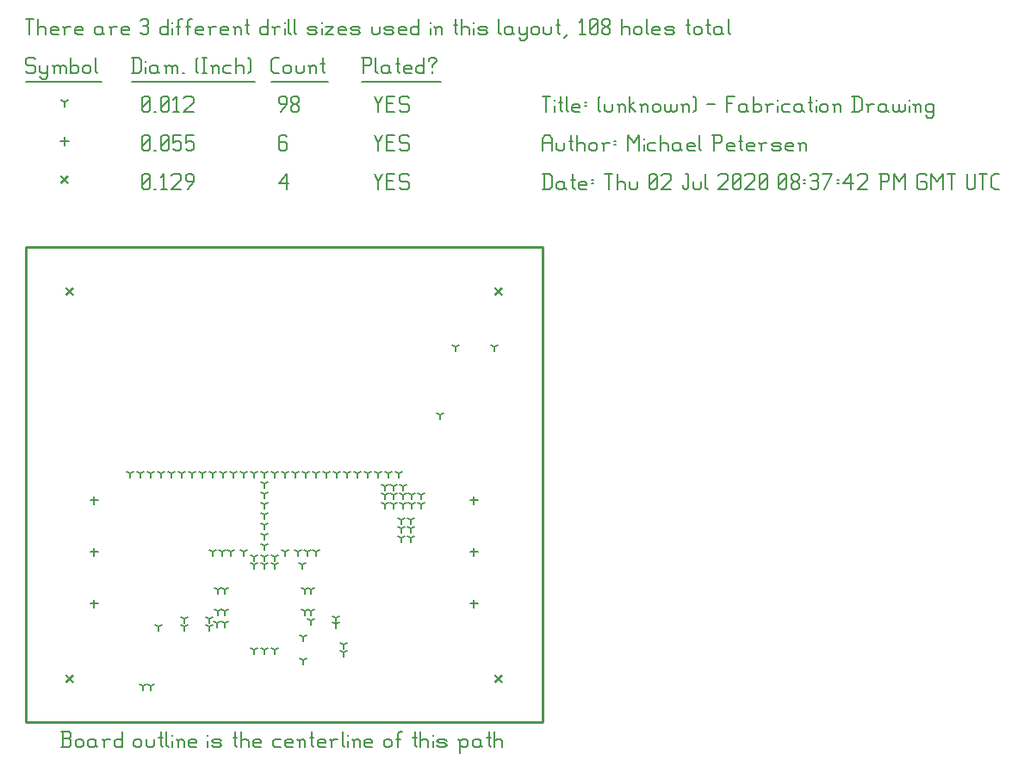
<source format=gbr>
G04 start of page 12 for group -3984 idx -3984 *
G04 Title: (unknown), fab *
G04 Creator: pcb 20140316 *
G04 CreationDate: Thu 02 Jul 2020 08:37:42 PM GMT UTC *
G04 For: railfan *
G04 Format: Gerber/RS-274X *
G04 PCB-Dimensions (mil): 2000.00 1840.00 *
G04 PCB-Coordinate-Origin: lower left *
%MOIN*%
%FSLAX25Y25*%
%LNFAB*%
%ADD79C,0.0100*%
%ADD78C,0.0075*%
%ADD77C,0.0060*%
%ADD76C,0.0001*%
G54D76*G36*
X15800Y18766D02*X18766Y15800D01*
X18200Y15234D01*
X15234Y18200D01*
X15800Y18766D01*
G37*
G36*
X15234Y15800D02*X18200Y18766D01*
X18766Y18200D01*
X15800Y15234D01*
X15234Y15800D01*
G37*
G36*
X15800Y168766D02*X18766Y165800D01*
X18200Y165234D01*
X15234Y168200D01*
X15800Y168766D01*
G37*
G36*
X15234Y165800D02*X18200Y168766D01*
X18766Y168200D01*
X15800Y165234D01*
X15234Y165800D01*
G37*
G36*
X181800Y168766D02*X184766Y165800D01*
X184200Y165234D01*
X181234Y168200D01*
X181800Y168766D01*
G37*
G36*
X181234Y165800D02*X184200Y168766D01*
X184766Y168200D01*
X181800Y165234D01*
X181234Y165800D01*
G37*
G36*
X181800Y18766D02*X184766Y15800D01*
X184200Y15234D01*
X181234Y18200D01*
X181800Y18766D01*
G37*
G36*
X181234Y15800D02*X184200Y18766D01*
X184766Y18200D01*
X181800Y15234D01*
X181234Y15800D01*
G37*
G36*
X13800Y212016D02*X16766Y209050D01*
X16200Y208484D01*
X13234Y211450D01*
X13800Y212016D01*
G37*
G36*
X13234Y209050D02*X16200Y212016D01*
X16766Y211450D01*
X13800Y208484D01*
X13234Y209050D01*
G37*
G54D77*X135000Y212500D02*X136500Y209500D01*
X138000Y212500D01*
X136500Y209500D02*Y206500D01*
X139800Y209800D02*X142050D01*
X139800Y206500D02*X142800D01*
X139800Y212500D02*Y206500D01*
Y212500D02*X142800D01*
X147600D02*X148350Y211750D01*
X145350Y212500D02*X147600D01*
X144600Y211750D02*X145350Y212500D01*
X144600Y211750D02*Y210250D01*
X145350Y209500D01*
X147600D01*
X148350Y208750D01*
Y207250D01*
X147600Y206500D02*X148350Y207250D01*
X145350Y206500D02*X147600D01*
X144600Y207250D02*X145350Y206500D01*
X98000Y208750D02*X101000Y212500D01*
X98000Y208750D02*X101750D01*
X101000Y212500D02*Y206500D01*
X45000Y207250D02*X45750Y206500D01*
X45000Y211750D02*Y207250D01*
Y211750D02*X45750Y212500D01*
X47250D01*
X48000Y211750D01*
Y207250D01*
X47250Y206500D02*X48000Y207250D01*
X45750Y206500D02*X47250D01*
X45000Y208000D02*X48000Y211000D01*
X49800Y206500D02*X50550D01*
X52350Y211300D02*X53550Y212500D01*
Y206500D01*
X52350D02*X54600D01*
X56400Y211750D02*X57150Y212500D01*
X59400D01*
X60150Y211750D01*
Y210250D01*
X56400Y206500D02*X60150Y210250D01*
X56400Y206500D02*X60150D01*
X62700D02*X64950Y209500D01*
Y211750D02*Y209500D01*
X64200Y212500D02*X64950Y211750D01*
X62700Y212500D02*X64200D01*
X61950Y211750D02*X62700Y212500D01*
X61950Y211750D02*Y210250D01*
X62700Y209500D01*
X64950D01*
X26500Y87600D02*Y84400D01*
X24900Y86000D02*X28100D01*
X26500Y67600D02*Y64400D01*
X24900Y66000D02*X28100D01*
X26500Y47600D02*Y44400D01*
X24900Y46000D02*X28100D01*
X173500Y47600D02*Y44400D01*
X171900Y46000D02*X175100D01*
X173500Y67600D02*Y64400D01*
X171900Y66000D02*X175100D01*
X173500Y87600D02*Y84400D01*
X171900Y86000D02*X175100D01*
X15000Y226850D02*Y223650D01*
X13400Y225250D02*X16600D01*
X135000Y227500D02*X136500Y224500D01*
X138000Y227500D01*
X136500Y224500D02*Y221500D01*
X139800Y224800D02*X142050D01*
X139800Y221500D02*X142800D01*
X139800Y227500D02*Y221500D01*
Y227500D02*X142800D01*
X147600D02*X148350Y226750D01*
X145350Y227500D02*X147600D01*
X144600Y226750D02*X145350Y227500D01*
X144600Y226750D02*Y225250D01*
X145350Y224500D01*
X147600D01*
X148350Y223750D01*
Y222250D01*
X147600Y221500D02*X148350Y222250D01*
X145350Y221500D02*X147600D01*
X144600Y222250D02*X145350Y221500D01*
X100250Y227500D02*X101000Y226750D01*
X98750Y227500D02*X100250D01*
X98000Y226750D02*X98750Y227500D01*
X98000Y226750D02*Y222250D01*
X98750Y221500D01*
X100250Y224800D02*X101000Y224050D01*
X98000Y224800D02*X100250D01*
X98750Y221500D02*X100250D01*
X101000Y222250D01*
Y224050D02*Y222250D01*
X45000D02*X45750Y221500D01*
X45000Y226750D02*Y222250D01*
Y226750D02*X45750Y227500D01*
X47250D01*
X48000Y226750D01*
Y222250D01*
X47250Y221500D02*X48000Y222250D01*
X45750Y221500D02*X47250D01*
X45000Y223000D02*X48000Y226000D01*
X49800Y221500D02*X50550D01*
X52350Y222250D02*X53100Y221500D01*
X52350Y226750D02*Y222250D01*
Y226750D02*X53100Y227500D01*
X54600D01*
X55350Y226750D01*
Y222250D01*
X54600Y221500D02*X55350Y222250D01*
X53100Y221500D02*X54600D01*
X52350Y223000D02*X55350Y226000D01*
X57150Y227500D02*X60150D01*
X57150D02*Y224500D01*
X57900Y225250D01*
X59400D01*
X60150Y224500D01*
Y222250D01*
X59400Y221500D02*X60150Y222250D01*
X57900Y221500D02*X59400D01*
X57150Y222250D02*X57900Y221500D01*
X61950Y227500D02*X64950D01*
X61950D02*Y224500D01*
X62700Y225250D01*
X64200D01*
X64950Y224500D01*
Y222250D01*
X64200Y221500D02*X64950Y222250D01*
X62700Y221500D02*X64200D01*
X61950Y222250D02*X62700Y221500D01*
X92500Y61000D02*Y59400D01*
Y61000D02*X93887Y61800D01*
X92500Y61000D02*X91113Y61800D01*
X96500Y61000D02*Y59400D01*
Y61000D02*X97887Y61800D01*
X96500Y61000D02*X95113Y61800D01*
X88500Y61000D02*Y59400D01*
Y61000D02*X89887Y61800D01*
X88500Y61000D02*X87113Y61800D01*
X88500Y28000D02*Y26400D01*
Y28000D02*X89887Y28800D01*
X88500Y28000D02*X87113Y28800D01*
X92500Y28000D02*Y26400D01*
Y28000D02*X93887Y28800D01*
X92500Y28000D02*X91113Y28800D01*
X96500Y28000D02*Y26400D01*
Y28000D02*X97887Y28800D01*
X96500Y28000D02*X95113Y28800D01*
X108000Y43000D02*Y41400D01*
Y43000D02*X109387Y43800D01*
X108000Y43000D02*X106613Y43800D01*
X110500Y43000D02*Y41400D01*
Y43000D02*X111887Y43800D01*
X110500Y43000D02*X109113Y43800D01*
X108000Y51500D02*Y49900D01*
Y51500D02*X109387Y52300D01*
X108000Y51500D02*X106613Y52300D01*
X110500Y51500D02*Y49900D01*
Y51500D02*X111887Y52300D01*
X110500Y51500D02*X109113Y52300D01*
X74500Y51500D02*Y49900D01*
Y51500D02*X75887Y52300D01*
X74500Y51500D02*X73113Y52300D01*
X77000Y51500D02*Y49900D01*
Y51500D02*X78387Y52300D01*
X77000Y51500D02*X75613Y52300D01*
X74500Y43000D02*Y41400D01*
Y43000D02*X75887Y43800D01*
X74500Y43000D02*X73113Y43800D01*
X77000Y43000D02*Y41400D01*
Y43000D02*X78387Y43800D01*
X77000Y43000D02*X75613Y43800D01*
X110500Y39500D02*Y37900D01*
Y39500D02*X111887Y40300D01*
X110500Y39500D02*X109113Y40300D01*
X107500Y33000D02*Y31400D01*
Y33000D02*X108887Y33800D01*
X107500Y33000D02*X106113Y33800D01*
X107500Y24000D02*Y22400D01*
Y24000D02*X108887Y24800D01*
X107500Y24000D02*X106113Y24800D01*
X123000Y30000D02*Y28400D01*
Y30000D02*X124387Y30800D01*
X123000Y30000D02*X121613Y30800D01*
X123000Y27000D02*Y25400D01*
Y27000D02*X124387Y27800D01*
X123000Y27000D02*X121613Y27800D01*
X160500Y119000D02*Y117400D01*
Y119000D02*X161887Y119800D01*
X160500Y119000D02*X159113Y119800D01*
X166500Y145500D02*Y143900D01*
Y145500D02*X167887Y146300D01*
X166500Y145500D02*X165113Y146300D01*
X181500Y145500D02*Y143900D01*
Y145500D02*X182887Y146300D01*
X181500Y145500D02*X180113Y146300D01*
X139000Y84500D02*Y82900D01*
Y84500D02*X140387Y85300D01*
X139000Y84500D02*X137613Y85300D01*
X142500Y84500D02*Y82900D01*
Y84500D02*X143887Y85300D01*
X142500Y84500D02*X141113Y85300D01*
X142500Y88000D02*Y86400D01*
Y88000D02*X143887Y88800D01*
X142500Y88000D02*X141113Y88800D01*
X139000Y88000D02*Y86400D01*
Y88000D02*X140387Y88800D01*
X139000Y88000D02*X137613Y88800D01*
X139000Y91500D02*Y89900D01*
Y91500D02*X140387Y92300D01*
X139000Y91500D02*X137613Y92300D01*
X142500Y91500D02*Y89900D01*
Y91500D02*X143887Y92300D01*
X142500Y91500D02*X141113Y92300D01*
X145500Y71500D02*Y69900D01*
Y71500D02*X146887Y72300D01*
X145500Y71500D02*X144113Y72300D01*
X145500Y75000D02*Y73400D01*
Y75000D02*X146887Y75800D01*
X145500Y75000D02*X144113Y75800D01*
X145500Y78500D02*Y76900D01*
Y78500D02*X146887Y79300D01*
X145500Y78500D02*X144113Y79300D01*
X149000Y78500D02*Y76900D01*
Y78500D02*X150387Y79300D01*
X149000Y78500D02*X147613Y79300D01*
X149000Y75000D02*Y73400D01*
Y75000D02*X150387Y75800D01*
X149000Y75000D02*X147613Y75800D01*
X149000Y71500D02*Y69900D01*
Y71500D02*X150387Y72300D01*
X149000Y71500D02*X147613Y72300D01*
X48500Y14000D02*Y12400D01*
Y14000D02*X49887Y14800D01*
X48500Y14000D02*X47113Y14800D01*
X45500Y14000D02*Y12400D01*
Y14000D02*X46887Y14800D01*
X45500Y14000D02*X44113Y14800D01*
X120000Y40500D02*Y38900D01*
Y40500D02*X121387Y41300D01*
X120000Y40500D02*X118613Y41300D01*
X120000Y38000D02*Y36400D01*
Y38000D02*X121387Y38800D01*
X120000Y38000D02*X118613Y38800D01*
X51500Y37000D02*Y35400D01*
Y37000D02*X52887Y37800D01*
X51500Y37000D02*X50113Y37800D01*
X71000Y37000D02*Y35400D01*
Y37000D02*X72387Y37800D01*
X71000Y37000D02*X69613Y37800D01*
X71000Y40000D02*Y38400D01*
Y40000D02*X72387Y40800D01*
X71000Y40000D02*X69613Y40800D01*
X61500Y37000D02*Y35400D01*
Y37000D02*X62887Y37800D01*
X61500Y37000D02*X60113Y37800D01*
X61500Y40000D02*Y38400D01*
Y40000D02*X62887Y40800D01*
X61500Y40000D02*X60113Y40800D01*
X92500Y64000D02*Y62400D01*
Y64000D02*X93887Y64800D01*
X92500Y64000D02*X91113Y64800D01*
X96500Y64000D02*Y62400D01*
Y64000D02*X97887Y64800D01*
X96500Y64000D02*X95113Y64800D01*
X88500Y64000D02*Y62400D01*
Y64000D02*X89887Y64800D01*
X88500Y64000D02*X87113Y64800D01*
X92500Y96500D02*Y94900D01*
Y96500D02*X93887Y97300D01*
X92500Y96500D02*X91113Y97300D01*
X96500Y96500D02*Y94900D01*
Y96500D02*X97887Y97300D01*
X96500Y96500D02*X95113Y97300D01*
X100500Y96500D02*Y94900D01*
Y96500D02*X101887Y97300D01*
X100500Y96500D02*X99113Y97300D01*
X104500Y96500D02*Y94900D01*
Y96500D02*X105887Y97300D01*
X104500Y96500D02*X103113Y97300D01*
X108500Y96500D02*Y94900D01*
Y96500D02*X109887Y97300D01*
X108500Y96500D02*X107113Y97300D01*
X112500Y96500D02*Y94900D01*
Y96500D02*X113887Y97300D01*
X112500Y96500D02*X111113Y97300D01*
X116500Y96500D02*Y94900D01*
Y96500D02*X117887Y97300D01*
X116500Y96500D02*X115113Y97300D01*
X120500Y96500D02*Y94900D01*
Y96500D02*X121887Y97300D01*
X120500Y96500D02*X119113Y97300D01*
X124500Y96500D02*Y94900D01*
Y96500D02*X125887Y97300D01*
X124500Y96500D02*X123113Y97300D01*
X128500Y96500D02*Y94900D01*
Y96500D02*X129887Y97300D01*
X128500Y96500D02*X127113Y97300D01*
X132500Y96500D02*Y94900D01*
Y96500D02*X133887Y97300D01*
X132500Y96500D02*X131113Y97300D01*
X136500Y96500D02*Y94900D01*
Y96500D02*X137887Y97300D01*
X136500Y96500D02*X135113Y97300D01*
X140500Y96500D02*Y94900D01*
Y96500D02*X141887Y97300D01*
X140500Y96500D02*X139113Y97300D01*
X144500Y96500D02*Y94900D01*
Y96500D02*X145887Y97300D01*
X144500Y96500D02*X143113Y97300D01*
X88500Y96500D02*Y94900D01*
Y96500D02*X89887Y97300D01*
X88500Y96500D02*X87113Y97300D01*
X84500Y96500D02*Y94900D01*
Y96500D02*X85887Y97300D01*
X84500Y96500D02*X83113Y97300D01*
X80500Y96500D02*Y94900D01*
Y96500D02*X81887Y97300D01*
X80500Y96500D02*X79113Y97300D01*
X76500Y96500D02*Y94900D01*
Y96500D02*X77887Y97300D01*
X76500Y96500D02*X75113Y97300D01*
X72500Y96500D02*Y94900D01*
Y96500D02*X73887Y97300D01*
X72500Y96500D02*X71113Y97300D01*
X68500Y96500D02*Y94900D01*
Y96500D02*X69887Y97300D01*
X68500Y96500D02*X67113Y97300D01*
X64500Y96500D02*Y94900D01*
Y96500D02*X65887Y97300D01*
X64500Y96500D02*X63113Y97300D01*
X60500Y96500D02*Y94900D01*
Y96500D02*X61887Y97300D01*
X60500Y96500D02*X59113Y97300D01*
X56500Y96500D02*Y94900D01*
Y96500D02*X57887Y97300D01*
X56500Y96500D02*X55113Y97300D01*
X52500Y96500D02*Y94900D01*
Y96500D02*X53887Y97300D01*
X52500Y96500D02*X51113Y97300D01*
X48500Y96500D02*Y94900D01*
Y96500D02*X49887Y97300D01*
X48500Y96500D02*X47113Y97300D01*
X44500Y96500D02*Y94900D01*
Y96500D02*X45887Y97300D01*
X44500Y96500D02*X43113Y97300D01*
X40500Y96500D02*Y94900D01*
Y96500D02*X41887Y97300D01*
X40500Y96500D02*X39113Y97300D01*
X146000Y84500D02*Y82900D01*
Y84500D02*X147387Y85300D01*
X146000Y84500D02*X144613Y85300D01*
X146000Y88000D02*Y86400D01*
Y88000D02*X147387Y88800D01*
X146000Y88000D02*X144613Y88800D01*
X146000Y91500D02*Y89900D01*
Y91500D02*X147387Y92300D01*
X146000Y91500D02*X144613Y92300D01*
X149500Y84500D02*Y82900D01*
Y84500D02*X150887Y85300D01*
X149500Y84500D02*X148113Y85300D01*
X149500Y88000D02*Y86400D01*
Y88000D02*X150887Y88800D01*
X149500Y88000D02*X148113Y88800D01*
X153000Y84500D02*Y82900D01*
Y84500D02*X154387Y85300D01*
X153000Y84500D02*X151613Y85300D01*
X153000Y88000D02*Y86400D01*
Y88000D02*X154387Y88800D01*
X153000Y88000D02*X151613Y88800D01*
X92500Y92500D02*Y90900D01*
Y92500D02*X93887Y93300D01*
X92500Y92500D02*X91113Y93300D01*
X92500Y88500D02*Y86900D01*
Y88500D02*X93887Y89300D01*
X92500Y88500D02*X91113Y89300D01*
X92500Y84500D02*Y82900D01*
Y84500D02*X93887Y85300D01*
X92500Y84500D02*X91113Y85300D01*
X92500Y80500D02*Y78900D01*
Y80500D02*X93887Y81300D01*
X92500Y80500D02*X91113Y81300D01*
X92500Y76500D02*Y74900D01*
Y76500D02*X93887Y77300D01*
X92500Y76500D02*X91113Y77300D01*
X92500Y72500D02*Y70900D01*
Y72500D02*X93887Y73300D01*
X92500Y72500D02*X91113Y73300D01*
X92500Y68500D02*Y66900D01*
Y68500D02*X93887Y69300D01*
X92500Y68500D02*X91113Y69300D01*
X84500Y66000D02*Y64400D01*
Y66000D02*X85887Y66800D01*
X84500Y66000D02*X83113Y66800D01*
X107000Y61134D02*Y59534D01*
Y61134D02*X108387Y61934D01*
X107000Y61134D02*X105613Y61934D01*
X72500Y66000D02*Y64400D01*
Y66000D02*X73887Y66800D01*
X72500Y66000D02*X71113Y66800D01*
X79500Y66000D02*Y64400D01*
Y66000D02*X80887Y66800D01*
X79500Y66000D02*X78113Y66800D01*
X76000Y66000D02*Y64400D01*
Y66000D02*X77387Y66800D01*
X76000Y66000D02*X74613Y66800D01*
X100500Y66000D02*Y64400D01*
Y66000D02*X101887Y66800D01*
X100500Y66000D02*X99113Y66800D01*
X112500Y66000D02*Y64400D01*
Y66000D02*X113887Y66800D01*
X112500Y66000D02*X111113Y66800D01*
X105500Y66000D02*Y64400D01*
Y66000D02*X106887Y66800D01*
X105500Y66000D02*X104113Y66800D01*
X109000Y66000D02*Y64400D01*
Y66000D02*X110387Y66800D01*
X109000Y66000D02*X107613Y66800D01*
X74000Y38500D02*Y36900D01*
Y38500D02*X75387Y39300D01*
X74000Y38500D02*X72613Y39300D01*
X77000Y38500D02*Y36900D01*
Y38500D02*X78387Y39300D01*
X77000Y38500D02*X75613Y39300D01*
X15000Y240250D02*Y238650D01*
Y240250D02*X16387Y241050D01*
X15000Y240250D02*X13613Y241050D01*
X135000Y242500D02*X136500Y239500D01*
X138000Y242500D01*
X136500Y239500D02*Y236500D01*
X139800Y239800D02*X142050D01*
X139800Y236500D02*X142800D01*
X139800Y242500D02*Y236500D01*
Y242500D02*X142800D01*
X147600D02*X148350Y241750D01*
X145350Y242500D02*X147600D01*
X144600Y241750D02*X145350Y242500D01*
X144600Y241750D02*Y240250D01*
X145350Y239500D01*
X147600D01*
X148350Y238750D01*
Y237250D01*
X147600Y236500D02*X148350Y237250D01*
X145350Y236500D02*X147600D01*
X144600Y237250D02*X145350Y236500D01*
X98750D02*X101000Y239500D01*
Y241750D02*Y239500D01*
X100250Y242500D02*X101000Y241750D01*
X98750Y242500D02*X100250D01*
X98000Y241750D02*X98750Y242500D01*
X98000Y241750D02*Y240250D01*
X98750Y239500D01*
X101000D01*
X102800Y237250D02*X103550Y236500D01*
X102800Y238450D02*Y237250D01*
Y238450D02*X103850Y239500D01*
X104750D01*
X105800Y238450D01*
Y237250D01*
X105050Y236500D02*X105800Y237250D01*
X103550Y236500D02*X105050D01*
X102800Y240550D02*X103850Y239500D01*
X102800Y241750D02*Y240550D01*
Y241750D02*X103550Y242500D01*
X105050D01*
X105800Y241750D01*
Y240550D01*
X104750Y239500D02*X105800Y240550D01*
X45000Y237250D02*X45750Y236500D01*
X45000Y241750D02*Y237250D01*
Y241750D02*X45750Y242500D01*
X47250D01*
X48000Y241750D01*
Y237250D01*
X47250Y236500D02*X48000Y237250D01*
X45750Y236500D02*X47250D01*
X45000Y238000D02*X48000Y241000D01*
X49800Y236500D02*X50550D01*
X52350Y237250D02*X53100Y236500D01*
X52350Y241750D02*Y237250D01*
Y241750D02*X53100Y242500D01*
X54600D01*
X55350Y241750D01*
Y237250D01*
X54600Y236500D02*X55350Y237250D01*
X53100Y236500D02*X54600D01*
X52350Y238000D02*X55350Y241000D01*
X57150Y241300D02*X58350Y242500D01*
Y236500D01*
X57150D02*X59400D01*
X61200Y241750D02*X61950Y242500D01*
X64200D01*
X64950Y241750D01*
Y240250D01*
X61200Y236500D02*X64950Y240250D01*
X61200Y236500D02*X64950D01*
X3000Y257500D02*X3750Y256750D01*
X750Y257500D02*X3000D01*
X0Y256750D02*X750Y257500D01*
X0Y256750D02*Y255250D01*
X750Y254500D01*
X3000D01*
X3750Y253750D01*
Y252250D01*
X3000Y251500D02*X3750Y252250D01*
X750Y251500D02*X3000D01*
X0Y252250D02*X750Y251500D01*
X5550Y254500D02*Y252250D01*
X6300Y251500D01*
X8550Y254500D02*Y250000D01*
X7800Y249250D02*X8550Y250000D01*
X6300Y249250D02*X7800D01*
X5550Y250000D02*X6300Y249250D01*
Y251500D02*X7800D01*
X8550Y252250D01*
X11100Y253750D02*Y251500D01*
Y253750D02*X11850Y254500D01*
X12600D01*
X13350Y253750D01*
Y251500D01*
Y253750D02*X14100Y254500D01*
X14850D01*
X15600Y253750D01*
Y251500D01*
X10350Y254500D02*X11100Y253750D01*
X17400Y257500D02*Y251500D01*
Y252250D02*X18150Y251500D01*
X19650D01*
X20400Y252250D01*
Y253750D02*Y252250D01*
X19650Y254500D02*X20400Y253750D01*
X18150Y254500D02*X19650D01*
X17400Y253750D02*X18150Y254500D01*
X22200Y253750D02*Y252250D01*
Y253750D02*X22950Y254500D01*
X24450D01*
X25200Y253750D01*
Y252250D01*
X24450Y251500D02*X25200Y252250D01*
X22950Y251500D02*X24450D01*
X22200Y252250D02*X22950Y251500D01*
X27000Y257500D02*Y252250D01*
X27750Y251500D01*
X0Y248250D02*X29250D01*
X41750Y257500D02*Y251500D01*
X43700Y257500D02*X44750Y256450D01*
Y252550D01*
X43700Y251500D02*X44750Y252550D01*
X41000Y251500D02*X43700D01*
X41000Y257500D02*X43700D01*
G54D78*X46550Y256000D02*Y255850D01*
G54D77*Y253750D02*Y251500D01*
X50300Y254500D02*X51050Y253750D01*
X48800Y254500D02*X50300D01*
X48050Y253750D02*X48800Y254500D01*
X48050Y253750D02*Y252250D01*
X48800Y251500D01*
X51050Y254500D02*Y252250D01*
X51800Y251500D01*
X48800D02*X50300D01*
X51050Y252250D01*
X54350Y253750D02*Y251500D01*
Y253750D02*X55100Y254500D01*
X55850D01*
X56600Y253750D01*
Y251500D01*
Y253750D02*X57350Y254500D01*
X58100D01*
X58850Y253750D01*
Y251500D01*
X53600Y254500D02*X54350Y253750D01*
X60650Y251500D02*X61400D01*
X65900Y252250D02*X66650Y251500D01*
X65900Y256750D02*X66650Y257500D01*
X65900Y256750D02*Y252250D01*
X68450Y257500D02*X69950D01*
X69200D02*Y251500D01*
X68450D02*X69950D01*
X72500Y253750D02*Y251500D01*
Y253750D02*X73250Y254500D01*
X74000D01*
X74750Y253750D01*
Y251500D01*
X71750Y254500D02*X72500Y253750D01*
X77300Y254500D02*X79550D01*
X76550Y253750D02*X77300Y254500D01*
X76550Y253750D02*Y252250D01*
X77300Y251500D01*
X79550D01*
X81350Y257500D02*Y251500D01*
Y253750D02*X82100Y254500D01*
X83600D01*
X84350Y253750D01*
Y251500D01*
X86150Y257500D02*X86900Y256750D01*
Y252250D01*
X86150Y251500D02*X86900Y252250D01*
X41000Y248250D02*X88700D01*
X96050Y251500D02*X98000D01*
X95000Y252550D02*X96050Y251500D01*
X95000Y256450D02*Y252550D01*
Y256450D02*X96050Y257500D01*
X98000D01*
X99800Y253750D02*Y252250D01*
Y253750D02*X100550Y254500D01*
X102050D01*
X102800Y253750D01*
Y252250D01*
X102050Y251500D02*X102800Y252250D01*
X100550Y251500D02*X102050D01*
X99800Y252250D02*X100550Y251500D01*
X104600Y254500D02*Y252250D01*
X105350Y251500D01*
X106850D01*
X107600Y252250D01*
Y254500D02*Y252250D01*
X110150Y253750D02*Y251500D01*
Y253750D02*X110900Y254500D01*
X111650D01*
X112400Y253750D01*
Y251500D01*
X109400Y254500D02*X110150Y253750D01*
X114950Y257500D02*Y252250D01*
X115700Y251500D01*
X114200Y255250D02*X115700D01*
X95000Y248250D02*X117200D01*
X130750Y257500D02*Y251500D01*
X130000Y257500D02*X133000D01*
X133750Y256750D01*
Y255250D01*
X133000Y254500D02*X133750Y255250D01*
X130750Y254500D02*X133000D01*
X135550Y257500D02*Y252250D01*
X136300Y251500D01*
X140050Y254500D02*X140800Y253750D01*
X138550Y254500D02*X140050D01*
X137800Y253750D02*X138550Y254500D01*
X137800Y253750D02*Y252250D01*
X138550Y251500D01*
X140800Y254500D02*Y252250D01*
X141550Y251500D01*
X138550D02*X140050D01*
X140800Y252250D01*
X144100Y257500D02*Y252250D01*
X144850Y251500D01*
X143350Y255250D02*X144850D01*
X147100Y251500D02*X149350D01*
X146350Y252250D02*X147100Y251500D01*
X146350Y253750D02*Y252250D01*
Y253750D02*X147100Y254500D01*
X148600D01*
X149350Y253750D01*
X146350Y253000D02*X149350D01*
Y253750D02*Y253000D01*
X154150Y257500D02*Y251500D01*
X153400D02*X154150Y252250D01*
X151900Y251500D02*X153400D01*
X151150Y252250D02*X151900Y251500D01*
X151150Y253750D02*Y252250D01*
Y253750D02*X151900Y254500D01*
X153400D01*
X154150Y253750D01*
X157450Y254500D02*Y253750D01*
Y252250D02*Y251500D01*
X155950Y256750D02*Y256000D01*
Y256750D02*X156700Y257500D01*
X158200D01*
X158950Y256750D01*
Y256000D01*
X157450Y254500D02*X158950Y256000D01*
X130000Y248250D02*X160750D01*
X0Y272500D02*X3000D01*
X1500D02*Y266500D01*
X4800Y272500D02*Y266500D01*
Y268750D02*X5550Y269500D01*
X7050D01*
X7800Y268750D01*
Y266500D01*
X10350D02*X12600D01*
X9600Y267250D02*X10350Y266500D01*
X9600Y268750D02*Y267250D01*
Y268750D02*X10350Y269500D01*
X11850D01*
X12600Y268750D01*
X9600Y268000D02*X12600D01*
Y268750D02*Y268000D01*
X15150Y268750D02*Y266500D01*
Y268750D02*X15900Y269500D01*
X17400D01*
X14400D02*X15150Y268750D01*
X19950Y266500D02*X22200D01*
X19200Y267250D02*X19950Y266500D01*
X19200Y268750D02*Y267250D01*
Y268750D02*X19950Y269500D01*
X21450D01*
X22200Y268750D01*
X19200Y268000D02*X22200D01*
Y268750D02*Y268000D01*
X28950Y269500D02*X29700Y268750D01*
X27450Y269500D02*X28950D01*
X26700Y268750D02*X27450Y269500D01*
X26700Y268750D02*Y267250D01*
X27450Y266500D01*
X29700Y269500D02*Y267250D01*
X30450Y266500D01*
X27450D02*X28950D01*
X29700Y267250D01*
X33000Y268750D02*Y266500D01*
Y268750D02*X33750Y269500D01*
X35250D01*
X32250D02*X33000Y268750D01*
X37800Y266500D02*X40050D01*
X37050Y267250D02*X37800Y266500D01*
X37050Y268750D02*Y267250D01*
Y268750D02*X37800Y269500D01*
X39300D01*
X40050Y268750D01*
X37050Y268000D02*X40050D01*
Y268750D02*Y268000D01*
X44550Y271750D02*X45300Y272500D01*
X46800D01*
X47550Y271750D01*
X46800Y266500D02*X47550Y267250D01*
X45300Y266500D02*X46800D01*
X44550Y267250D02*X45300Y266500D01*
Y269800D02*X46800D01*
X47550Y271750D02*Y270550D01*
Y269050D02*Y267250D01*
Y269050D02*X46800Y269800D01*
X47550Y270550D02*X46800Y269800D01*
X55050Y272500D02*Y266500D01*
X54300D02*X55050Y267250D01*
X52800Y266500D02*X54300D01*
X52050Y267250D02*X52800Y266500D01*
X52050Y268750D02*Y267250D01*
Y268750D02*X52800Y269500D01*
X54300D01*
X55050Y268750D01*
G54D78*X56850Y271000D02*Y270850D01*
G54D77*Y268750D02*Y266500D01*
X59100Y271750D02*Y266500D01*
Y271750D02*X59850Y272500D01*
X60600D01*
X58350Y269500D02*X59850D01*
X62850Y271750D02*Y266500D01*
Y271750D02*X63600Y272500D01*
X64350D01*
X62100Y269500D02*X63600D01*
X66600Y266500D02*X68850D01*
X65850Y267250D02*X66600Y266500D01*
X65850Y268750D02*Y267250D01*
Y268750D02*X66600Y269500D01*
X68100D01*
X68850Y268750D01*
X65850Y268000D02*X68850D01*
Y268750D02*Y268000D01*
X71400Y268750D02*Y266500D01*
Y268750D02*X72150Y269500D01*
X73650D01*
X70650D02*X71400Y268750D01*
X76200Y266500D02*X78450D01*
X75450Y267250D02*X76200Y266500D01*
X75450Y268750D02*Y267250D01*
Y268750D02*X76200Y269500D01*
X77700D01*
X78450Y268750D01*
X75450Y268000D02*X78450D01*
Y268750D02*Y268000D01*
X81000Y268750D02*Y266500D01*
Y268750D02*X81750Y269500D01*
X82500D01*
X83250Y268750D01*
Y266500D01*
X80250Y269500D02*X81000Y268750D01*
X85800Y272500D02*Y267250D01*
X86550Y266500D01*
X85050Y270250D02*X86550D01*
X93750Y272500D02*Y266500D01*
X93000D02*X93750Y267250D01*
X91500Y266500D02*X93000D01*
X90750Y267250D02*X91500Y266500D01*
X90750Y268750D02*Y267250D01*
Y268750D02*X91500Y269500D01*
X93000D01*
X93750Y268750D01*
X96300D02*Y266500D01*
Y268750D02*X97050Y269500D01*
X98550D01*
X95550D02*X96300Y268750D01*
G54D78*X100350Y271000D02*Y270850D01*
G54D77*Y268750D02*Y266500D01*
X101850Y272500D02*Y267250D01*
X102600Y266500D01*
X104100Y272500D02*Y267250D01*
X104850Y266500D01*
X109800D02*X112050D01*
X112800Y267250D01*
X112050Y268000D02*X112800Y267250D01*
X109800Y268000D02*X112050D01*
X109050Y268750D02*X109800Y268000D01*
X109050Y268750D02*X109800Y269500D01*
X112050D01*
X112800Y268750D01*
X109050Y267250D02*X109800Y266500D01*
G54D78*X114600Y271000D02*Y270850D01*
G54D77*Y268750D02*Y266500D01*
X116100Y269500D02*X119100D01*
X116100Y266500D02*X119100Y269500D01*
X116100Y266500D02*X119100D01*
X121650D02*X123900D01*
X120900Y267250D02*X121650Y266500D01*
X120900Y268750D02*Y267250D01*
Y268750D02*X121650Y269500D01*
X123150D01*
X123900Y268750D01*
X120900Y268000D02*X123900D01*
Y268750D02*Y268000D01*
X126450Y266500D02*X128700D01*
X129450Y267250D01*
X128700Y268000D02*X129450Y267250D01*
X126450Y268000D02*X128700D01*
X125700Y268750D02*X126450Y268000D01*
X125700Y268750D02*X126450Y269500D01*
X128700D01*
X129450Y268750D01*
X125700Y267250D02*X126450Y266500D01*
X133950Y269500D02*Y267250D01*
X134700Y266500D01*
X136200D01*
X136950Y267250D01*
Y269500D02*Y267250D01*
X139500Y266500D02*X141750D01*
X142500Y267250D01*
X141750Y268000D02*X142500Y267250D01*
X139500Y268000D02*X141750D01*
X138750Y268750D02*X139500Y268000D01*
X138750Y268750D02*X139500Y269500D01*
X141750D01*
X142500Y268750D01*
X138750Y267250D02*X139500Y266500D01*
X145050D02*X147300D01*
X144300Y267250D02*X145050Y266500D01*
X144300Y268750D02*Y267250D01*
Y268750D02*X145050Y269500D01*
X146550D01*
X147300Y268750D01*
X144300Y268000D02*X147300D01*
Y268750D02*Y268000D01*
X152100Y272500D02*Y266500D01*
X151350D02*X152100Y267250D01*
X149850Y266500D02*X151350D01*
X149100Y267250D02*X149850Y266500D01*
X149100Y268750D02*Y267250D01*
Y268750D02*X149850Y269500D01*
X151350D01*
X152100Y268750D01*
G54D78*X156600Y271000D02*Y270850D01*
G54D77*Y268750D02*Y266500D01*
X158850Y268750D02*Y266500D01*
Y268750D02*X159600Y269500D01*
X160350D01*
X161100Y268750D01*
Y266500D01*
X158100Y269500D02*X158850Y268750D01*
X166350Y272500D02*Y267250D01*
X167100Y266500D01*
X165600Y270250D02*X167100D01*
X168600Y272500D02*Y266500D01*
Y268750D02*X169350Y269500D01*
X170850D01*
X171600Y268750D01*
Y266500D01*
G54D78*X173400Y271000D02*Y270850D01*
G54D77*Y268750D02*Y266500D01*
X175650D02*X177900D01*
X178650Y267250D01*
X177900Y268000D02*X178650Y267250D01*
X175650Y268000D02*X177900D01*
X174900Y268750D02*X175650Y268000D01*
X174900Y268750D02*X175650Y269500D01*
X177900D01*
X178650Y268750D01*
X174900Y267250D02*X175650Y266500D01*
X183150Y272500D02*Y267250D01*
X183900Y266500D01*
X187650Y269500D02*X188400Y268750D01*
X186150Y269500D02*X187650D01*
X185400Y268750D02*X186150Y269500D01*
X185400Y268750D02*Y267250D01*
X186150Y266500D01*
X188400Y269500D02*Y267250D01*
X189150Y266500D01*
X186150D02*X187650D01*
X188400Y267250D01*
X190950Y269500D02*Y267250D01*
X191700Y266500D01*
X193950Y269500D02*Y265000D01*
X193200Y264250D02*X193950Y265000D01*
X191700Y264250D02*X193200D01*
X190950Y265000D02*X191700Y264250D01*
Y266500D02*X193200D01*
X193950Y267250D01*
X195750Y268750D02*Y267250D01*
Y268750D02*X196500Y269500D01*
X198000D01*
X198750Y268750D01*
Y267250D01*
X198000Y266500D02*X198750Y267250D01*
X196500Y266500D02*X198000D01*
X195750Y267250D02*X196500Y266500D01*
X200550Y269500D02*Y267250D01*
X201300Y266500D01*
X202800D01*
X203550Y267250D01*
Y269500D02*Y267250D01*
X206100Y272500D02*Y267250D01*
X206850Y266500D01*
X205350Y270250D02*X206850D01*
X208350Y265000D02*X209850Y266500D01*
X214350Y271300D02*X215550Y272500D01*
Y266500D01*
X214350D02*X216600D01*
X218400Y267250D02*X219150Y266500D01*
X218400Y271750D02*Y267250D01*
Y271750D02*X219150Y272500D01*
X220650D01*
X221400Y271750D01*
Y267250D01*
X220650Y266500D02*X221400Y267250D01*
X219150Y266500D02*X220650D01*
X218400Y268000D02*X221400Y271000D01*
X223200Y267250D02*X223950Y266500D01*
X223200Y268450D02*Y267250D01*
Y268450D02*X224250Y269500D01*
X225150D01*
X226200Y268450D01*
Y267250D01*
X225450Y266500D02*X226200Y267250D01*
X223950Y266500D02*X225450D01*
X223200Y270550D02*X224250Y269500D01*
X223200Y271750D02*Y270550D01*
Y271750D02*X223950Y272500D01*
X225450D01*
X226200Y271750D01*
Y270550D01*
X225150Y269500D02*X226200Y270550D01*
X230700Y272500D02*Y266500D01*
Y268750D02*X231450Y269500D01*
X232950D01*
X233700Y268750D01*
Y266500D01*
X235500Y268750D02*Y267250D01*
Y268750D02*X236250Y269500D01*
X237750D01*
X238500Y268750D01*
Y267250D01*
X237750Y266500D02*X238500Y267250D01*
X236250Y266500D02*X237750D01*
X235500Y267250D02*X236250Y266500D01*
X240300Y272500D02*Y267250D01*
X241050Y266500D01*
X243300D02*X245550D01*
X242550Y267250D02*X243300Y266500D01*
X242550Y268750D02*Y267250D01*
Y268750D02*X243300Y269500D01*
X244800D01*
X245550Y268750D01*
X242550Y268000D02*X245550D01*
Y268750D02*Y268000D01*
X248100Y266500D02*X250350D01*
X251100Y267250D01*
X250350Y268000D02*X251100Y267250D01*
X248100Y268000D02*X250350D01*
X247350Y268750D02*X248100Y268000D01*
X247350Y268750D02*X248100Y269500D01*
X250350D01*
X251100Y268750D01*
X247350Y267250D02*X248100Y266500D01*
X256350Y272500D02*Y267250D01*
X257100Y266500D01*
X255600Y270250D02*X257100D01*
X258600Y268750D02*Y267250D01*
Y268750D02*X259350Y269500D01*
X260850D01*
X261600Y268750D01*
Y267250D01*
X260850Y266500D02*X261600Y267250D01*
X259350Y266500D02*X260850D01*
X258600Y267250D02*X259350Y266500D01*
X264150Y272500D02*Y267250D01*
X264900Y266500D01*
X263400Y270250D02*X264900D01*
X268650Y269500D02*X269400Y268750D01*
X267150Y269500D02*X268650D01*
X266400Y268750D02*X267150Y269500D01*
X266400Y268750D02*Y267250D01*
X267150Y266500D01*
X269400Y269500D02*Y267250D01*
X270150Y266500D01*
X267150D02*X268650D01*
X269400Y267250D01*
X271950Y272500D02*Y267250D01*
X272700Y266500D01*
G54D79*X0Y184000D02*X200000D01*
Y0D01*
X0D01*
Y184000D01*
G54D77*X13675Y-9500D02*X16675D01*
X17425Y-8750D01*
Y-6950D02*Y-8750D01*
X16675Y-6200D02*X17425Y-6950D01*
X14425Y-6200D02*X16675D01*
X14425Y-3500D02*Y-9500D01*
X13675Y-3500D02*X16675D01*
X17425Y-4250D01*
Y-5450D01*
X16675Y-6200D02*X17425Y-5450D01*
X19225Y-7250D02*Y-8750D01*
Y-7250D02*X19975Y-6500D01*
X21475D01*
X22225Y-7250D01*
Y-8750D01*
X21475Y-9500D02*X22225Y-8750D01*
X19975Y-9500D02*X21475D01*
X19225Y-8750D02*X19975Y-9500D01*
X26275Y-6500D02*X27025Y-7250D01*
X24775Y-6500D02*X26275D01*
X24025Y-7250D02*X24775Y-6500D01*
X24025Y-7250D02*Y-8750D01*
X24775Y-9500D01*
X27025Y-6500D02*Y-8750D01*
X27775Y-9500D01*
X24775D02*X26275D01*
X27025Y-8750D01*
X30325Y-7250D02*Y-9500D01*
Y-7250D02*X31075Y-6500D01*
X32575D01*
X29575D02*X30325Y-7250D01*
X37375Y-3500D02*Y-9500D01*
X36625D02*X37375Y-8750D01*
X35125Y-9500D02*X36625D01*
X34375Y-8750D02*X35125Y-9500D01*
X34375Y-7250D02*Y-8750D01*
Y-7250D02*X35125Y-6500D01*
X36625D01*
X37375Y-7250D01*
X41875D02*Y-8750D01*
Y-7250D02*X42625Y-6500D01*
X44125D01*
X44875Y-7250D01*
Y-8750D01*
X44125Y-9500D02*X44875Y-8750D01*
X42625Y-9500D02*X44125D01*
X41875Y-8750D02*X42625Y-9500D01*
X46675Y-6500D02*Y-8750D01*
X47425Y-9500D01*
X48925D01*
X49675Y-8750D01*
Y-6500D02*Y-8750D01*
X52225Y-3500D02*Y-8750D01*
X52975Y-9500D01*
X51475Y-5750D02*X52975D01*
X54475Y-3500D02*Y-8750D01*
X55225Y-9500D01*
G54D78*X56725Y-5000D02*Y-5150D01*
G54D77*Y-7250D02*Y-9500D01*
X58975Y-7250D02*Y-9500D01*
Y-7250D02*X59725Y-6500D01*
X60475D01*
X61225Y-7250D01*
Y-9500D01*
X58225Y-6500D02*X58975Y-7250D01*
X63775Y-9500D02*X66025D01*
X63025Y-8750D02*X63775Y-9500D01*
X63025Y-7250D02*Y-8750D01*
Y-7250D02*X63775Y-6500D01*
X65275D01*
X66025Y-7250D01*
X63025Y-8000D02*X66025D01*
Y-7250D02*Y-8000D01*
G54D78*X70525Y-5000D02*Y-5150D01*
G54D77*Y-7250D02*Y-9500D01*
X72775D02*X75025D01*
X75775Y-8750D01*
X75025Y-8000D02*X75775Y-8750D01*
X72775Y-8000D02*X75025D01*
X72025Y-7250D02*X72775Y-8000D01*
X72025Y-7250D02*X72775Y-6500D01*
X75025D01*
X75775Y-7250D01*
X72025Y-8750D02*X72775Y-9500D01*
X81025Y-3500D02*Y-8750D01*
X81775Y-9500D01*
X80275Y-5750D02*X81775D01*
X83275Y-3500D02*Y-9500D01*
Y-7250D02*X84025Y-6500D01*
X85525D01*
X86275Y-7250D01*
Y-9500D01*
X88825D02*X91075D01*
X88075Y-8750D02*X88825Y-9500D01*
X88075Y-7250D02*Y-8750D01*
Y-7250D02*X88825Y-6500D01*
X90325D01*
X91075Y-7250D01*
X88075Y-8000D02*X91075D01*
Y-7250D02*Y-8000D01*
X96325Y-6500D02*X98575D01*
X95575Y-7250D02*X96325Y-6500D01*
X95575Y-7250D02*Y-8750D01*
X96325Y-9500D01*
X98575D01*
X101125D02*X103375D01*
X100375Y-8750D02*X101125Y-9500D01*
X100375Y-7250D02*Y-8750D01*
Y-7250D02*X101125Y-6500D01*
X102625D01*
X103375Y-7250D01*
X100375Y-8000D02*X103375D01*
Y-7250D02*Y-8000D01*
X105925Y-7250D02*Y-9500D01*
Y-7250D02*X106675Y-6500D01*
X107425D01*
X108175Y-7250D01*
Y-9500D01*
X105175Y-6500D02*X105925Y-7250D01*
X110725Y-3500D02*Y-8750D01*
X111475Y-9500D01*
X109975Y-5750D02*X111475D01*
X113725Y-9500D02*X115975D01*
X112975Y-8750D02*X113725Y-9500D01*
X112975Y-7250D02*Y-8750D01*
Y-7250D02*X113725Y-6500D01*
X115225D01*
X115975Y-7250D01*
X112975Y-8000D02*X115975D01*
Y-7250D02*Y-8000D01*
X118525Y-7250D02*Y-9500D01*
Y-7250D02*X119275Y-6500D01*
X120775D01*
X117775D02*X118525Y-7250D01*
X122575Y-3500D02*Y-8750D01*
X123325Y-9500D01*
G54D78*X124825Y-5000D02*Y-5150D01*
G54D77*Y-7250D02*Y-9500D01*
X127075Y-7250D02*Y-9500D01*
Y-7250D02*X127825Y-6500D01*
X128575D01*
X129325Y-7250D01*
Y-9500D01*
X126325Y-6500D02*X127075Y-7250D01*
X131875Y-9500D02*X134125D01*
X131125Y-8750D02*X131875Y-9500D01*
X131125Y-7250D02*Y-8750D01*
Y-7250D02*X131875Y-6500D01*
X133375D01*
X134125Y-7250D01*
X131125Y-8000D02*X134125D01*
Y-7250D02*Y-8000D01*
X138625Y-7250D02*Y-8750D01*
Y-7250D02*X139375Y-6500D01*
X140875D01*
X141625Y-7250D01*
Y-8750D01*
X140875Y-9500D02*X141625Y-8750D01*
X139375Y-9500D02*X140875D01*
X138625Y-8750D02*X139375Y-9500D01*
X144175Y-4250D02*Y-9500D01*
Y-4250D02*X144925Y-3500D01*
X145675D01*
X143425Y-6500D02*X144925D01*
X150625Y-3500D02*Y-8750D01*
X151375Y-9500D01*
X149875Y-5750D02*X151375D01*
X152875Y-3500D02*Y-9500D01*
Y-7250D02*X153625Y-6500D01*
X155125D01*
X155875Y-7250D01*
Y-9500D01*
G54D78*X157675Y-5000D02*Y-5150D01*
G54D77*Y-7250D02*Y-9500D01*
X159925D02*X162175D01*
X162925Y-8750D01*
X162175Y-8000D02*X162925Y-8750D01*
X159925Y-8000D02*X162175D01*
X159175Y-7250D02*X159925Y-8000D01*
X159175Y-7250D02*X159925Y-6500D01*
X162175D01*
X162925Y-7250D01*
X159175Y-8750D02*X159925Y-9500D01*
X168175Y-7250D02*Y-11750D01*
X167425Y-6500D02*X168175Y-7250D01*
X168925Y-6500D01*
X170425D01*
X171175Y-7250D01*
Y-8750D01*
X170425Y-9500D02*X171175Y-8750D01*
X168925Y-9500D02*X170425D01*
X168175Y-8750D02*X168925Y-9500D01*
X175225Y-6500D02*X175975Y-7250D01*
X173725Y-6500D02*X175225D01*
X172975Y-7250D02*X173725Y-6500D01*
X172975Y-7250D02*Y-8750D01*
X173725Y-9500D01*
X175975Y-6500D02*Y-8750D01*
X176725Y-9500D01*
X173725D02*X175225D01*
X175975Y-8750D01*
X179275Y-3500D02*Y-8750D01*
X180025Y-9500D01*
X178525Y-5750D02*X180025D01*
X181525Y-3500D02*Y-9500D01*
Y-7250D02*X182275Y-6500D01*
X183775D01*
X184525Y-7250D01*
Y-9500D01*
X200750Y212500D02*Y206500D01*
X202700Y212500D02*X203750Y211450D01*
Y207550D01*
X202700Y206500D02*X203750Y207550D01*
X200000Y206500D02*X202700D01*
X200000Y212500D02*X202700D01*
X207800Y209500D02*X208550Y208750D01*
X206300Y209500D02*X207800D01*
X205550Y208750D02*X206300Y209500D01*
X205550Y208750D02*Y207250D01*
X206300Y206500D01*
X208550Y209500D02*Y207250D01*
X209300Y206500D01*
X206300D02*X207800D01*
X208550Y207250D01*
X211850Y212500D02*Y207250D01*
X212600Y206500D01*
X211100Y210250D02*X212600D01*
X214850Y206500D02*X217100D01*
X214100Y207250D02*X214850Y206500D01*
X214100Y208750D02*Y207250D01*
Y208750D02*X214850Y209500D01*
X216350D01*
X217100Y208750D01*
X214100Y208000D02*X217100D01*
Y208750D02*Y208000D01*
X218900Y210250D02*X219650D01*
X218900Y208750D02*X219650D01*
X224150Y212500D02*X227150D01*
X225650D02*Y206500D01*
X228950Y212500D02*Y206500D01*
Y208750D02*X229700Y209500D01*
X231200D01*
X231950Y208750D01*
Y206500D01*
X233750Y209500D02*Y207250D01*
X234500Y206500D01*
X236000D01*
X236750Y207250D01*
Y209500D02*Y207250D01*
X241250D02*X242000Y206500D01*
X241250Y211750D02*Y207250D01*
Y211750D02*X242000Y212500D01*
X243500D01*
X244250Y211750D01*
Y207250D01*
X243500Y206500D02*X244250Y207250D01*
X242000Y206500D02*X243500D01*
X241250Y208000D02*X244250Y211000D01*
X246050Y211750D02*X246800Y212500D01*
X249050D01*
X249800Y211750D01*
Y210250D01*
X246050Y206500D02*X249800Y210250D01*
X246050Y206500D02*X249800D01*
X255350Y212500D02*X256550D01*
Y207250D01*
X255800Y206500D02*X256550Y207250D01*
X255050Y206500D02*X255800D01*
X254300Y207250D02*X255050Y206500D01*
X254300Y208000D02*Y207250D01*
X258350Y209500D02*Y207250D01*
X259100Y206500D01*
X260600D01*
X261350Y207250D01*
Y209500D02*Y207250D01*
X263150Y212500D02*Y207250D01*
X263900Y206500D01*
X268100Y211750D02*X268850Y212500D01*
X271100D01*
X271850Y211750D01*
Y210250D01*
X268100Y206500D02*X271850Y210250D01*
X268100Y206500D02*X271850D01*
X273650Y207250D02*X274400Y206500D01*
X273650Y211750D02*Y207250D01*
Y211750D02*X274400Y212500D01*
X275900D01*
X276650Y211750D01*
Y207250D01*
X275900Y206500D02*X276650Y207250D01*
X274400Y206500D02*X275900D01*
X273650Y208000D02*X276650Y211000D01*
X278450Y211750D02*X279200Y212500D01*
X281450D01*
X282200Y211750D01*
Y210250D01*
X278450Y206500D02*X282200Y210250D01*
X278450Y206500D02*X282200D01*
X284000Y207250D02*X284750Y206500D01*
X284000Y211750D02*Y207250D01*
Y211750D02*X284750Y212500D01*
X286250D01*
X287000Y211750D01*
Y207250D01*
X286250Y206500D02*X287000Y207250D01*
X284750Y206500D02*X286250D01*
X284000Y208000D02*X287000Y211000D01*
X291500Y207250D02*X292250Y206500D01*
X291500Y211750D02*Y207250D01*
Y211750D02*X292250Y212500D01*
X293750D01*
X294500Y211750D01*
Y207250D01*
X293750Y206500D02*X294500Y207250D01*
X292250Y206500D02*X293750D01*
X291500Y208000D02*X294500Y211000D01*
X296300Y207250D02*X297050Y206500D01*
X296300Y208450D02*Y207250D01*
Y208450D02*X297350Y209500D01*
X298250D01*
X299300Y208450D01*
Y207250D01*
X298550Y206500D02*X299300Y207250D01*
X297050Y206500D02*X298550D01*
X296300Y210550D02*X297350Y209500D01*
X296300Y211750D02*Y210550D01*
Y211750D02*X297050Y212500D01*
X298550D01*
X299300Y211750D01*
Y210550D01*
X298250Y209500D02*X299300Y210550D01*
X301100Y210250D02*X301850D01*
X301100Y208750D02*X301850D01*
X303650Y211750D02*X304400Y212500D01*
X305900D01*
X306650Y211750D01*
X305900Y206500D02*X306650Y207250D01*
X304400Y206500D02*X305900D01*
X303650Y207250D02*X304400Y206500D01*
Y209800D02*X305900D01*
X306650Y211750D02*Y210550D01*
Y209050D02*Y207250D01*
Y209050D02*X305900Y209800D01*
X306650Y210550D02*X305900Y209800D01*
X309200Y206500D02*X312200Y212500D01*
X308450D02*X312200D01*
X314000Y210250D02*X314750D01*
X314000Y208750D02*X314750D01*
X316550D02*X319550Y212500D01*
X316550Y208750D02*X320300D01*
X319550Y212500D02*Y206500D01*
X322100Y211750D02*X322850Y212500D01*
X325100D01*
X325850Y211750D01*
Y210250D01*
X322100Y206500D02*X325850Y210250D01*
X322100Y206500D02*X325850D01*
X331100Y212500D02*Y206500D01*
X330350Y212500D02*X333350D01*
X334100Y211750D01*
Y210250D01*
X333350Y209500D02*X334100Y210250D01*
X331100Y209500D02*X333350D01*
X335900Y212500D02*Y206500D01*
Y212500D02*X338150Y209500D01*
X340400Y212500D01*
Y206500D01*
X347900Y212500D02*X348650Y211750D01*
X345650Y212500D02*X347900D01*
X344900Y211750D02*X345650Y212500D01*
X344900Y211750D02*Y207250D01*
X345650Y206500D01*
X347900D01*
X348650Y207250D01*
Y208750D02*Y207250D01*
X347900Y209500D02*X348650Y208750D01*
X346400Y209500D02*X347900D01*
X350450Y212500D02*Y206500D01*
Y212500D02*X352700Y209500D01*
X354950Y212500D01*
Y206500D01*
X356750Y212500D02*X359750D01*
X358250D02*Y206500D01*
X364250Y212500D02*Y207250D01*
X365000Y206500D01*
X366500D01*
X367250Y207250D01*
Y212500D02*Y207250D01*
X369050Y212500D02*X372050D01*
X370550D02*Y206500D01*
X374900D02*X376850D01*
X373850Y207550D02*X374900Y206500D01*
X373850Y211450D02*Y207550D01*
Y211450D02*X374900Y212500D01*
X376850D01*
X200000Y226000D02*Y221500D01*
Y226000D02*X201050Y227500D01*
X202700D01*
X203750Y226000D01*
Y221500D01*
X200000Y224500D02*X203750D01*
X205550D02*Y222250D01*
X206300Y221500D01*
X207800D01*
X208550Y222250D01*
Y224500D02*Y222250D01*
X211100Y227500D02*Y222250D01*
X211850Y221500D01*
X210350Y225250D02*X211850D01*
X213350Y227500D02*Y221500D01*
Y223750D02*X214100Y224500D01*
X215600D01*
X216350Y223750D01*
Y221500D01*
X218150Y223750D02*Y222250D01*
Y223750D02*X218900Y224500D01*
X220400D01*
X221150Y223750D01*
Y222250D01*
X220400Y221500D02*X221150Y222250D01*
X218900Y221500D02*X220400D01*
X218150Y222250D02*X218900Y221500D01*
X223700Y223750D02*Y221500D01*
Y223750D02*X224450Y224500D01*
X225950D01*
X222950D02*X223700Y223750D01*
X227750Y225250D02*X228500D01*
X227750Y223750D02*X228500D01*
X233000Y227500D02*Y221500D01*
Y227500D02*X235250Y224500D01*
X237500Y227500D01*
Y221500D01*
G54D78*X239300Y226000D02*Y225850D01*
G54D77*Y223750D02*Y221500D01*
X241550Y224500D02*X243800D01*
X240800Y223750D02*X241550Y224500D01*
X240800Y223750D02*Y222250D01*
X241550Y221500D01*
X243800D01*
X245600Y227500D02*Y221500D01*
Y223750D02*X246350Y224500D01*
X247850D01*
X248600Y223750D01*
Y221500D01*
X252650Y224500D02*X253400Y223750D01*
X251150Y224500D02*X252650D01*
X250400Y223750D02*X251150Y224500D01*
X250400Y223750D02*Y222250D01*
X251150Y221500D01*
X253400Y224500D02*Y222250D01*
X254150Y221500D01*
X251150D02*X252650D01*
X253400Y222250D01*
X256700Y221500D02*X258950D01*
X255950Y222250D02*X256700Y221500D01*
X255950Y223750D02*Y222250D01*
Y223750D02*X256700Y224500D01*
X258200D01*
X258950Y223750D01*
X255950Y223000D02*X258950D01*
Y223750D02*Y223000D01*
X260750Y227500D02*Y222250D01*
X261500Y221500D01*
X266450Y227500D02*Y221500D01*
X265700Y227500D02*X268700D01*
X269450Y226750D01*
Y225250D01*
X268700Y224500D02*X269450Y225250D01*
X266450Y224500D02*X268700D01*
X272000Y221500D02*X274250D01*
X271250Y222250D02*X272000Y221500D01*
X271250Y223750D02*Y222250D01*
Y223750D02*X272000Y224500D01*
X273500D01*
X274250Y223750D01*
X271250Y223000D02*X274250D01*
Y223750D02*Y223000D01*
X276800Y227500D02*Y222250D01*
X277550Y221500D01*
X276050Y225250D02*X277550D01*
X279800Y221500D02*X282050D01*
X279050Y222250D02*X279800Y221500D01*
X279050Y223750D02*Y222250D01*
Y223750D02*X279800Y224500D01*
X281300D01*
X282050Y223750D01*
X279050Y223000D02*X282050D01*
Y223750D02*Y223000D01*
X284600Y223750D02*Y221500D01*
Y223750D02*X285350Y224500D01*
X286850D01*
X283850D02*X284600Y223750D01*
X289400Y221500D02*X291650D01*
X292400Y222250D01*
X291650Y223000D02*X292400Y222250D01*
X289400Y223000D02*X291650D01*
X288650Y223750D02*X289400Y223000D01*
X288650Y223750D02*X289400Y224500D01*
X291650D01*
X292400Y223750D01*
X288650Y222250D02*X289400Y221500D01*
X294950D02*X297200D01*
X294200Y222250D02*X294950Y221500D01*
X294200Y223750D02*Y222250D01*
Y223750D02*X294950Y224500D01*
X296450D01*
X297200Y223750D01*
X294200Y223000D02*X297200D01*
Y223750D02*Y223000D01*
X299750Y223750D02*Y221500D01*
Y223750D02*X300500Y224500D01*
X301250D01*
X302000Y223750D01*
Y221500D01*
X299000Y224500D02*X299750Y223750D01*
X200000Y242500D02*X203000D01*
X201500D02*Y236500D01*
G54D78*X204800Y241000D02*Y240850D01*
G54D77*Y238750D02*Y236500D01*
X207050Y242500D02*Y237250D01*
X207800Y236500D01*
X206300Y240250D02*X207800D01*
X209300Y242500D02*Y237250D01*
X210050Y236500D01*
X212300D02*X214550D01*
X211550Y237250D02*X212300Y236500D01*
X211550Y238750D02*Y237250D01*
Y238750D02*X212300Y239500D01*
X213800D01*
X214550Y238750D01*
X211550Y238000D02*X214550D01*
Y238750D02*Y238000D01*
X216350Y240250D02*X217100D01*
X216350Y238750D02*X217100D01*
X221600Y237250D02*X222350Y236500D01*
X221600Y241750D02*X222350Y242500D01*
X221600Y241750D02*Y237250D01*
X224150Y239500D02*Y237250D01*
X224900Y236500D01*
X226400D01*
X227150Y237250D01*
Y239500D02*Y237250D01*
X229700Y238750D02*Y236500D01*
Y238750D02*X230450Y239500D01*
X231200D01*
X231950Y238750D01*
Y236500D01*
X228950Y239500D02*X229700Y238750D01*
X233750Y242500D02*Y236500D01*
Y238750D02*X236000Y236500D01*
X233750Y238750D02*X235250Y240250D01*
X238550Y238750D02*Y236500D01*
Y238750D02*X239300Y239500D01*
X240050D01*
X240800Y238750D01*
Y236500D01*
X237800Y239500D02*X238550Y238750D01*
X242600D02*Y237250D01*
Y238750D02*X243350Y239500D01*
X244850D01*
X245600Y238750D01*
Y237250D01*
X244850Y236500D02*X245600Y237250D01*
X243350Y236500D02*X244850D01*
X242600Y237250D02*X243350Y236500D01*
X247400Y239500D02*Y237250D01*
X248150Y236500D01*
X248900D01*
X249650Y237250D01*
Y239500D02*Y237250D01*
X250400Y236500D01*
X251150D01*
X251900Y237250D01*
Y239500D02*Y237250D01*
X254450Y238750D02*Y236500D01*
Y238750D02*X255200Y239500D01*
X255950D01*
X256700Y238750D01*
Y236500D01*
X253700Y239500D02*X254450Y238750D01*
X258500Y242500D02*X259250Y241750D01*
Y237250D01*
X258500Y236500D02*X259250Y237250D01*
X263750Y239500D02*X266750D01*
X271250Y242500D02*Y236500D01*
Y242500D02*X274250D01*
X271250Y239800D02*X273500D01*
X278300Y239500D02*X279050Y238750D01*
X276800Y239500D02*X278300D01*
X276050Y238750D02*X276800Y239500D01*
X276050Y238750D02*Y237250D01*
X276800Y236500D01*
X279050Y239500D02*Y237250D01*
X279800Y236500D01*
X276800D02*X278300D01*
X279050Y237250D01*
X281600Y242500D02*Y236500D01*
Y237250D02*X282350Y236500D01*
X283850D01*
X284600Y237250D01*
Y238750D02*Y237250D01*
X283850Y239500D02*X284600Y238750D01*
X282350Y239500D02*X283850D01*
X281600Y238750D02*X282350Y239500D01*
X287150Y238750D02*Y236500D01*
Y238750D02*X287900Y239500D01*
X289400D01*
X286400D02*X287150Y238750D01*
G54D78*X291200Y241000D02*Y240850D01*
G54D77*Y238750D02*Y236500D01*
X293450Y239500D02*X295700D01*
X292700Y238750D02*X293450Y239500D01*
X292700Y238750D02*Y237250D01*
X293450Y236500D01*
X295700D01*
X299750Y239500D02*X300500Y238750D01*
X298250Y239500D02*X299750D01*
X297500Y238750D02*X298250Y239500D01*
X297500Y238750D02*Y237250D01*
X298250Y236500D01*
X300500Y239500D02*Y237250D01*
X301250Y236500D01*
X298250D02*X299750D01*
X300500Y237250D01*
X303800Y242500D02*Y237250D01*
X304550Y236500D01*
X303050Y240250D02*X304550D01*
G54D78*X306050Y241000D02*Y240850D01*
G54D77*Y238750D02*Y236500D01*
X307550Y238750D02*Y237250D01*
Y238750D02*X308300Y239500D01*
X309800D01*
X310550Y238750D01*
Y237250D01*
X309800Y236500D02*X310550Y237250D01*
X308300Y236500D02*X309800D01*
X307550Y237250D02*X308300Y236500D01*
X313100Y238750D02*Y236500D01*
Y238750D02*X313850Y239500D01*
X314600D01*
X315350Y238750D01*
Y236500D01*
X312350Y239500D02*X313100Y238750D01*
X320600Y242500D02*Y236500D01*
X322550Y242500D02*X323600Y241450D01*
Y237550D01*
X322550Y236500D02*X323600Y237550D01*
X319850Y236500D02*X322550D01*
X319850Y242500D02*X322550D01*
X326150Y238750D02*Y236500D01*
Y238750D02*X326900Y239500D01*
X328400D01*
X325400D02*X326150Y238750D01*
X332450Y239500D02*X333200Y238750D01*
X330950Y239500D02*X332450D01*
X330200Y238750D02*X330950Y239500D01*
X330200Y238750D02*Y237250D01*
X330950Y236500D01*
X333200Y239500D02*Y237250D01*
X333950Y236500D01*
X330950D02*X332450D01*
X333200Y237250D01*
X335750Y239500D02*Y237250D01*
X336500Y236500D01*
X337250D01*
X338000Y237250D01*
Y239500D02*Y237250D01*
X338750Y236500D01*
X339500D01*
X340250Y237250D01*
Y239500D02*Y237250D01*
G54D78*X342050Y241000D02*Y240850D01*
G54D77*Y238750D02*Y236500D01*
X344300Y238750D02*Y236500D01*
Y238750D02*X345050Y239500D01*
X345800D01*
X346550Y238750D01*
Y236500D01*
X343550Y239500D02*X344300Y238750D01*
X350600Y239500D02*X351350Y238750D01*
X349100Y239500D02*X350600D01*
X348350Y238750D02*X349100Y239500D01*
X348350Y238750D02*Y237250D01*
X349100Y236500D01*
X350600D01*
X351350Y237250D01*
X348350Y235000D02*X349100Y234250D01*
X350600D01*
X351350Y235000D01*
Y239500D02*Y235000D01*
M02*

</source>
